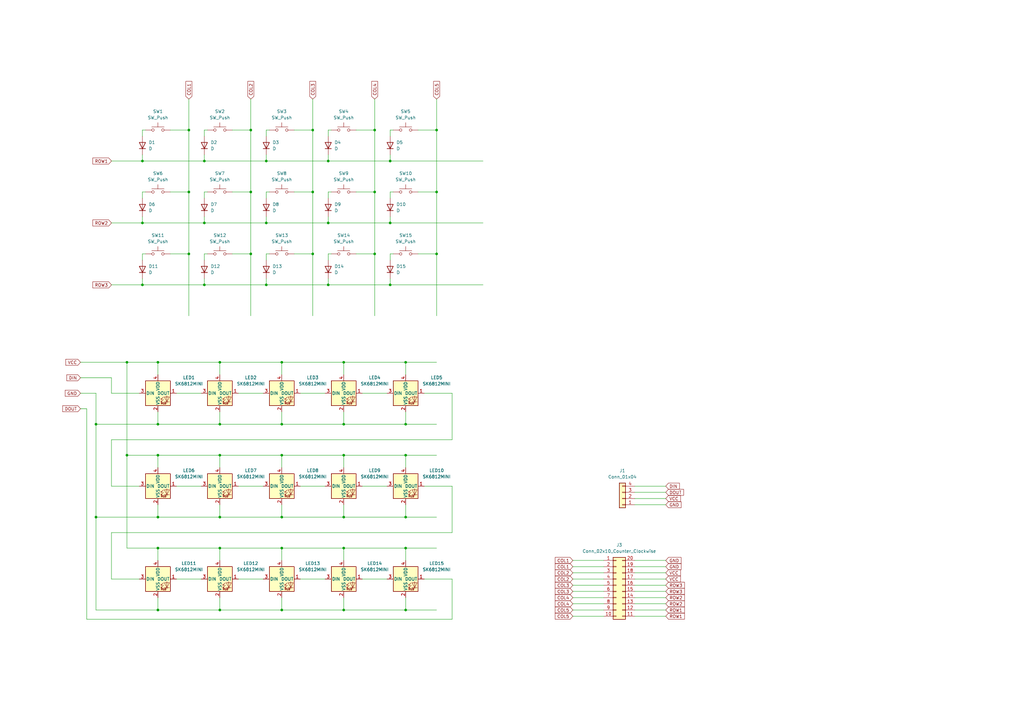
<source format=kicad_sch>
(kicad_sch (version 20250114) (generator "eeschema") (generator_version "9.0")
  (paper "A3")
  (lib_symbols
    (symbol "Connector_Generic:Conn_01x04" (pin_names (offset 1.016) (hide yes))
      (property "Reference" "J" (at 0 5.08 0))
      (property "Value" "Conn_01x04" (at 0 -7.62 0))
      (symbol "Conn_01x04_1_1"
        (rectangle (start -1.27 3.81) (end 1.27 -6.35) (stroke (width 0.254)) (fill (type background)))
        (rectangle (start -1.27 2.667) (end 0 2.413) (stroke (width 0.1524)))
        (rectangle (start -1.27 0.127) (end 0 -0.127) (stroke (width 0.1524)))
        (rectangle (start -1.27 -2.413) (end 0 -2.667) (stroke (width 0.1524)))
        (rectangle (start -1.27 -4.953) (end 0 -5.207) (stroke (width 0.1524)))
        (pin passive line (at -5.08 2.54 0) (length 3.81) (name "Pin_1") (number "1"))
        (pin passive line (at -5.08 0 0) (length 3.81) (name "Pin_2") (number "2"))
        (pin passive line (at -5.08 -2.54 0) (length 3.81) (name "Pin_3") (number "3"))
        (pin passive line (at -5.08 -5.08 0) (length 3.81) (name "Pin_4") (number "4"))
      )
    )
    (symbol "Connector_Generic:Conn_02x10_Counter_Clockwise" (pin_names (offset 1.016) (hide yes))
      (property "Reference" "J" (at 1.27 12.7 0))
      (property "Value" "Conn_02x10_Counter_Clockwise" (at 1.27 -15.24 0))
      (symbol "Conn_02x10_Counter_Clockwise_1_1"
        (rectangle (start -1.27 11.43) (end 3.81 -13.97) (stroke (width 0.254)) (fill (type background)))
        (rectangle (start -1.27 10.287) (end 0 10.033) (stroke (width 0.1524)))
        (rectangle (start -1.27 7.747) (end 0 7.493) (stroke (width 0.1524)))
        (rectangle (start -1.27 5.207) (end 0 4.953) (stroke (width 0.1524)))
        (rectangle (start -1.27 2.667) (end 0 2.413) (stroke (width 0.1524)))
        (rectangle (start -1.27 0.127) (end 0 -0.127) (stroke (width 0.1524)))
        (rectangle (start -1.27 -2.413) (end 0 -2.667) (stroke (width 0.1524)))
        (rectangle (start -1.27 -4.953) (end 0 -5.207) (stroke (width 0.1524)))
        (rectangle (start -1.27 -7.493) (end 0 -7.747) (stroke (width 0.1524)))
        (rectangle (start -1.27 -10.033) (end 0 -10.287) (stroke (width 0.1524)))
        (rectangle (start -1.27 -12.573) (end 0 -12.827) (stroke (width 0.1524)))
        (rectangle (start 3.81 10.287) (end 2.54 10.033) (stroke (width 0.1524)))
        (rectangle (start 3.81 7.747) (end 2.54 7.493) (stroke (width 0.1524)))
        (rectangle (start 3.81 5.207) (end 2.54 4.953) (stroke (width 0.1524)))
        (rectangle (start 3.81 2.667) (end 2.54 2.413) (stroke (width 0.1524)))
        (rectangle (start 3.81 0.127) (end 2.54 -0.127) (stroke (width 0.1524)))
        (rectangle (start 3.81 -2.413) (end 2.54 -2.667) (stroke (width 0.1524)))
        (rectangle (start 3.81 -4.953) (end 2.54 -5.207) (stroke (width 0.1524)))
        (rectangle (start 3.81 -7.493) (end 2.54 -7.747) (stroke (width 0.1524)))
        (rectangle (start 3.81 -10.033) (end 2.54 -10.287) (stroke (width 0.1524)))
        (rectangle (start 3.81 -12.573) (end 2.54 -12.827) (stroke (width 0.1524)))
        (pin passive line (at -5.08 10.16 0) (length 3.81) (name "Pin_1") (number "1"))
        (pin passive line (at -5.08 7.62 0) (length 3.81) (name "Pin_2") (number "2"))
        (pin passive line (at -5.08 5.08 0) (length 3.81) (name "Pin_3") (number "3"))
        (pin passive line (at -5.08 2.54 0) (length 3.81) (name "Pin_4") (number "4"))
        (pin passive line (at -5.08 0 0) (length 3.81) (name "Pin_5") (number "5"))
        (pin passive line (at -5.08 -2.54 0) (length 3.81) (name "Pin_6") (number "6"))
        (pin passive line (at -5.08 -5.08 0) (length 3.81) (name "Pin_7") (number "7"))
        (pin passive line (at -5.08 -7.62 0) (length 3.81) (name "Pin_8") (number "8"))
        (pin passive line (at -5.08 -10.16 0) (length 3.81) (name "Pin_9") (number "9"))
        (pin passive line (at -5.08 -12.7 0) (length 3.81) (name "Pin_10") (number "10"))
        (pin passive line (at 7.62 10.16 180) (length 3.81) (name "Pin_20") (number "20"))
        (pin passive line (at 7.62 7.62 180) (length 3.81) (name "Pin_19") (number "19"))
        (pin passive line (at 7.62 5.08 180) (length 3.81) (name "Pin_18") (number "18"))
        (pin passive line (at 7.62 2.54 180) (length 3.81) (name "Pin_17") (number "17"))
        (pin passive line (at 7.62 0 180) (length 3.81) (name "Pin_16") (number "16"))
        (pin passive line (at 7.62 -2.54 180) (length 3.81) (name "Pin_15") (number "15"))
        (pin passive line (at 7.62 -5.08 180) (length 3.81) (name "Pin_14") (number "14"))
        (pin passive line (at 7.62 -7.62 180) (length 3.81) (name "Pin_13") (number "13"))
        (pin passive line (at 7.62 -10.16 180) (length 3.81) (name "Pin_12") (number "12"))
        (pin passive line (at 7.62 -12.7 180) (length 3.81) (name "Pin_11") (number "11"))
      )
    )
    (symbol "Device:D" (pin_numbers (hide yes)) (pin_names (offset 1.016) (hide yes))
      (property "Reference" "D" (at 0 2.54 0))
      (property "Value" "D" (at 0 -2.54 0))
      (symbol "D_0_1"
        (polyline (pts (xy -1.27 1.27) (xy -1.27 -1.27)) (stroke (width 0.254)))
        (polyline (pts (xy 1.27 1.27) (xy 1.27 -1.27) (xy -1.27 0) (xy 1.27 1.27)) (stroke (width 0.254)))
        (polyline (pts (xy 1.27 0) (xy -1.27 0)))
      )
      (symbol "D_1_1"
        (pin passive line (at -3.81 0 0) (length 2.54) (name "K") (number "1"))
        (pin passive line (at 3.81 0 180) (length 2.54) (name "A") (number "2"))
      )
    )
    (symbol "LED:SK6812MINI" (pin_names (offset 0.254))
      (property "Reference" "D" (at 5.08 5.715 0))
      (property "Value" "SK6812MINI" (at 1.27 -5.715 0))
      (symbol "SK6812MINI_0_0"
        (text "RGB" (at 2.286 -4.191 0) (effects (font (size 0.762 0.762))))
      )
      (symbol "SK6812MINI_0_1"
        (polyline (pts (xy 1.27 -2.54) (xy 1.778 -2.54)))
        (polyline (pts (xy 1.27 -3.556) (xy 1.778 -3.556)))
        (polyline (pts (xy 2.286 -1.524) (xy 1.27 -2.54) (xy 1.27 -2.032)))
        (polyline (pts (xy 2.286 -2.54) (xy 1.27 -3.556) (xy 1.27 -3.048)))
        (polyline (pts (xy 3.683 -1.016) (xy 3.683 -3.556) (xy 3.683 -4.064)))
        (polyline (pts (xy 4.699 -1.524) (xy 2.667 -1.524) (xy 3.683 -3.556) (xy 4.699 -1.524)))
        (polyline (pts (xy 4.699 -3.556) (xy 2.667 -3.556)))
        (rectangle (start 5.08 5.08) (end -5.08 -5.08) (stroke (width 0.254)) (fill (type background)))
      )
      (symbol "SK6812MINI_1_1"
        (pin input line (at -7.62 0 0) (length 2.54) (name "DIN") (number "3"))
        (pin power_in line (at 0 7.62 270) (length 2.54) (name "VDD") (number "4"))
        (pin power_in line (at 0 -7.62 90) (length 2.54) (name "VSS") (number "2"))
        (pin output line (at 7.62 0 180) (length 2.54) (name "DOUT") (number "1"))
      )
    )
    (symbol "Switch:SW_Push" (pin_numbers (hide yes)) (pin_names (offset 1.016) (hide yes))
      (property "Reference" "SW" (at 1.27 2.54 0))
      (property "Value" "SW_Push" (at 0 -1.524 0))
      (symbol "SW_Push_0_1"
        (circle (center -2.032 0) (radius 0.508))
        (polyline (pts (xy 0 1.27) (xy 0 3.048)))
        (circle (center 2.032 0) (radius 0.508))
        (polyline (pts (xy 2.54 1.27) (xy -2.54 1.27)))
        (pin passive line (at -5.08 0 0) (length 2.54) (name "1") (number "1"))
        (pin passive line (at 5.08 0 180) (length 2.54) (name "2") (number "2"))
      )
    )
  )
  (junction (at 160.02 91.44))
  (junction (at 166.37 250.19))
  (junction (at 179.07 53.34))
  (junction (at 77.47 78.74))
  (junction (at 83.82 116.84))
  (junction (at 102.87 53.34))
  (junction (at 160.02 116.84))
  (junction (at 115.57 173.99))
  (junction (at 64.77 173.99))
  (junction (at 115.57 148.59))
  (junction (at 166.37 148.59))
  (junction (at 39.37 173.99))
  (junction (at 166.37 186.69))
  (junction (at 52.07 186.69))
  (junction (at 115.57 224.79))
  (junction (at 153.67 104.14))
  (junction (at 77.47 104.14))
  (junction (at 115.57 186.69))
  (junction (at 64.77 186.69))
  (junction (at 166.37 224.79))
  (junction (at 58.42 116.84))
  (junction (at 166.37 173.99))
  (junction (at 160.02 66.04))
  (junction (at 109.22 116.84))
  (junction (at 102.87 104.14))
  (junction (at 153.67 78.74))
  (junction (at 140.97 250.19))
  (junction (at 90.17 212.09))
  (junction (at 90.17 173.99))
  (junction (at 64.77 224.79))
  (junction (at 64.77 212.09))
  (junction (at 109.22 66.04))
  (junction (at 134.62 116.84))
  (junction (at 52.07 148.59))
  (junction (at 140.97 212.09))
  (junction (at 83.82 91.44))
  (junction (at 102.87 78.74))
  (junction (at 179.07 78.74))
  (junction (at 134.62 66.04))
  (junction (at 128.27 78.74))
  (junction (at 140.97 186.69))
  (junction (at 153.67 53.34))
  (junction (at 58.42 91.44))
  (junction (at 58.42 66.04))
  (junction (at 134.62 91.44))
  (junction (at 115.57 212.09))
  (junction (at 166.37 212.09))
  (junction (at 90.17 148.59))
  (junction (at 140.97 224.79))
  (junction (at 83.82 66.04))
  (junction (at 64.77 148.59))
  (junction (at 109.22 91.44))
  (junction (at 90.17 250.19))
  (junction (at 115.57 250.19))
  (junction (at 140.97 173.99))
  (junction (at 128.27 104.14))
  (junction (at 90.17 224.79))
  (junction (at 90.17 186.69))
  (junction (at 77.47 53.34))
  (junction (at 39.37 212.09))
  (junction (at 179.07 104.14))
  (junction (at 64.77 250.19))
  (junction (at 140.97 148.59))
  (junction (at 128.27 53.34))
  (wire (pts (xy 64.77 212.09) (xy 90.17 212.09)))
  (wire (pts (xy 185.42 237.49) (xy 173.99 237.49)))
  (wire (pts (xy 109.22 78.74) (xy 109.22 81.28)))
  (wire (pts (xy 234.95 247.65) (xy 247.65 247.65)))
  (wire (pts (xy 109.22 88.9) (xy 109.22 91.44)))
  (wire (pts (xy 33.02 154.94) (xy 45.72 154.94)))
  (wire (pts (xy 110.49 78.74) (xy 109.22 78.74)))
  (wire (pts (xy 123.19 237.49) (xy 133.35 237.49)))
  (wire (pts (xy 234.95 234.95) (xy 247.65 234.95)))
  (wire (pts (xy 166.37 168.91) (xy 166.37 173.99)))
  (wire (pts (xy 39.37 250.19) (xy 64.77 250.19)))
  (wire (pts (xy 102.87 104.14) (xy 102.87 129.54)))
  (wire (pts (xy 45.72 154.94) (xy 45.72 161.29)))
  (wire (pts (xy 234.95 240.03) (xy 247.65 240.03)))
  (wire (pts (xy 109.22 66.04) (xy 134.62 66.04)))
  (wire (pts (xy 115.57 212.09) (xy 140.97 212.09)))
  (wire (pts (xy 109.22 91.44) (xy 134.62 91.44)))
  (wire (pts (xy 160.02 91.44) (xy 198.12 91.44)))
  (wire (pts (xy 166.37 186.69) (xy 179.07 186.69)))
  (wire (pts (xy 72.39 199.39) (xy 82.55 199.39)))
  (wire (pts (xy 58.42 63.5) (xy 58.42 66.04)))
  (wire (pts (xy 171.45 78.74) (xy 179.07 78.74)))
  (wire (pts (xy 64.77 148.59) (xy 90.17 148.59)))
  (wire (pts (xy 45.72 218.44) (xy 45.72 237.49)))
  (wire (pts (xy 234.95 252.73) (xy 247.65 252.73)))
  (wire (pts (xy 33.02 167.64) (xy 35.56 167.64)))
  (wire (pts (xy 166.37 250.19) (xy 179.07 250.19)))
  (wire (pts (xy 109.22 104.14) (xy 110.49 104.14)))
  (wire (pts (xy 69.85 78.74) (xy 77.47 78.74)))
  (wire (pts (xy 69.85 53.34) (xy 77.47 53.34)))
  (wire (pts (xy 109.22 53.34) (xy 109.22 55.88)))
  (wire (pts (xy 58.42 88.9) (xy 58.42 91.44)))
  (wire (pts (xy 83.82 91.44) (xy 109.22 91.44)))
  (wire (pts (xy 135.89 78.74) (xy 134.62 78.74)))
  (wire (pts (xy 146.05 104.14) (xy 153.67 104.14)))
  (wire (pts (xy 134.62 91.44) (xy 134.62 88.9)))
  (wire (pts (xy 102.87 40.64) (xy 102.87 53.34)))
  (wire (pts (xy 260.35 207.01) (xy 273.05 207.01)))
  (wire (pts (xy 45.72 180.34) (xy 185.42 180.34)))
  (wire (pts (xy 59.69 53.34) (xy 58.42 53.34)))
  (wire (pts (xy 160.02 53.34) (xy 160.02 55.88)))
  (wire (pts (xy 35.56 254) (xy 185.42 254)))
  (wire (pts (xy 134.62 114.3) (xy 134.62 116.84)))
  (wire (pts (xy 115.57 224.79) (xy 115.57 229.87)))
  (wire (pts (xy 185.42 199.39) (xy 185.42 218.44)))
  (wire (pts (xy 160.02 66.04) (xy 198.12 66.04)))
  (wire (pts (xy 134.62 106.68) (xy 134.62 104.14)))
  (wire (pts (xy 90.17 245.11) (xy 90.17 250.19)))
  (wire (pts (xy 179.07 53.34) (xy 179.07 78.74)))
  (wire (pts (xy 160.02 88.9) (xy 160.02 91.44)))
  (wire (pts (xy 160.02 63.5) (xy 160.02 66.04)))
  (wire (pts (xy 64.77 250.19) (xy 90.17 250.19)))
  (wire (pts (xy 185.42 254) (xy 185.42 237.49)))
  (wire (pts (xy 58.42 114.3) (xy 58.42 116.84)))
  (wire (pts (xy 260.35 232.41) (xy 273.05 232.41)))
  (wire (pts (xy 64.77 224.79) (xy 64.77 229.87)))
  (wire (pts (xy 90.17 148.59) (xy 115.57 148.59)))
  (wire (pts (xy 179.07 40.64) (xy 179.07 53.34)))
  (wire (pts (xy 39.37 212.09) (xy 39.37 250.19)))
  (wire (pts (xy 57.15 199.39) (xy 45.72 199.39)))
  (wire (pts (xy 140.97 168.91) (xy 140.97 173.99)))
  (wire (pts (xy 64.77 245.11) (xy 64.77 250.19)))
  (wire (pts (xy 45.72 237.49) (xy 57.15 237.49)))
  (wire (pts (xy 148.59 161.29) (xy 158.75 161.29)))
  (wire (pts (xy 77.47 78.74) (xy 77.47 104.14)))
  (wire (pts (xy 115.57 186.69) (xy 115.57 191.77)))
  (wire (pts (xy 166.37 148.59) (xy 166.37 153.67)))
  (wire (pts (xy 33.02 161.29) (xy 39.37 161.29)))
  (wire (pts (xy 140.97 224.79) (xy 166.37 224.79)))
  (wire (pts (xy 153.67 53.34) (xy 153.67 78.74)))
  (wire (pts (xy 146.05 78.74) (xy 153.67 78.74)))
  (wire (pts (xy 260.35 229.87) (xy 273.05 229.87)))
  (wire (pts (xy 64.77 148.59) (xy 64.77 153.67)))
  (wire (pts (xy 90.17 186.69) (xy 90.17 191.77)))
  (wire (pts (xy 109.22 114.3) (xy 109.22 116.84)))
  (wire (pts (xy 45.72 199.39) (xy 45.72 180.34)))
  (wire (pts (xy 90.17 224.79) (xy 90.17 229.87)))
  (wire (pts (xy 171.45 53.34) (xy 179.07 53.34)))
  (wire (pts (xy 160.02 114.3) (xy 160.02 116.84)))
  (wire (pts (xy 52.07 148.59) (xy 52.07 186.69)))
  (wire (pts (xy 260.35 199.39) (xy 273.05 199.39)))
  (wire (pts (xy 166.37 212.09) (xy 179.07 212.09)))
  (wire (pts (xy 120.65 104.14) (xy 128.27 104.14)))
  (wire (pts (xy 140.97 173.99) (xy 166.37 173.99)))
  (wire (pts (xy 52.07 224.79) (xy 64.77 224.79)))
  (wire (pts (xy 90.17 250.19) (xy 115.57 250.19)))
  (wire (pts (xy 185.42 180.34) (xy 185.42 161.29)))
  (wire (pts (xy 59.69 78.74) (xy 58.42 78.74)))
  (wire (pts (xy 45.72 161.29) (xy 57.15 161.29)))
  (wire (pts (xy 90.17 148.59) (xy 90.17 153.67)))
  (wire (pts (xy 166.37 186.69) (xy 166.37 191.77)))
  (wire (pts (xy 140.97 148.59) (xy 166.37 148.59)))
  (wire (pts (xy 140.97 212.09) (xy 166.37 212.09)))
  (wire (pts (xy 146.05 53.34) (xy 153.67 53.34)))
  (wire (pts (xy 161.29 53.34) (xy 160.02 53.34)))
  (wire (pts (xy 260.35 237.49) (xy 273.05 237.49)))
  (wire (pts (xy 123.19 199.39) (xy 133.35 199.39)))
  (wire (pts (xy 128.27 40.64) (xy 128.27 53.34)))
  (wire (pts (xy 58.42 78.74) (xy 58.42 81.28)))
  (wire (pts (xy 173.99 199.39) (xy 185.42 199.39)))
  (wire (pts (xy 179.07 78.74) (xy 179.07 104.14)))
  (wire (pts (xy 90.17 168.91) (xy 90.17 173.99)))
  (wire (pts (xy 260.35 234.95) (xy 273.05 234.95)))
  (wire (pts (xy 52.07 148.59) (xy 64.77 148.59)))
  (wire (pts (xy 140.97 186.69) (xy 140.97 191.77)))
  (wire (pts (xy 39.37 173.99) (xy 64.77 173.99)))
  (wire (pts (xy 90.17 207.01) (xy 90.17 212.09)))
  (wire (pts (xy 109.22 63.5) (xy 109.22 66.04)))
  (wire (pts (xy 45.72 116.84) (xy 58.42 116.84)))
  (wire (pts (xy 153.67 40.64) (xy 153.67 53.34)))
  (wire (pts (xy 97.79 237.49) (xy 107.95 237.49)))
  (wire (pts (xy 83.82 66.04) (xy 109.22 66.04)))
  (wire (pts (xy 260.35 204.47) (xy 273.05 204.47)))
  (wire (pts (xy 115.57 224.79) (xy 140.97 224.79)))
  (wire (pts (xy 58.42 53.34) (xy 58.42 55.88)))
  (wire (pts (xy 166.37 224.79) (xy 179.07 224.79)))
  (wire (pts (xy 33.02 148.59) (xy 52.07 148.59)))
  (wire (pts (xy 140.97 186.69) (xy 166.37 186.69)))
  (wire (pts (xy 83.82 88.9) (xy 83.82 91.44)))
  (wire (pts (xy 77.47 40.64) (xy 77.47 53.34)))
  (wire (pts (xy 45.72 66.04) (xy 58.42 66.04)))
  (wire (pts (xy 140.97 207.01) (xy 140.97 212.09)))
  (wire (pts (xy 72.39 161.29) (xy 82.55 161.29)))
  (wire (pts (xy 128.27 53.34) (xy 128.27 78.74)))
  (wire (pts (xy 123.19 161.29) (xy 133.35 161.29)))
  (wire (pts (xy 64.77 224.79) (xy 90.17 224.79)))
  (wire (pts (xy 90.17 186.69) (xy 115.57 186.69)))
  (wire (pts (xy 134.62 116.84) (xy 160.02 116.84)))
  (wire (pts (xy 77.47 104.14) (xy 77.47 129.54)))
  (wire (pts (xy 166.37 207.01) (xy 166.37 212.09)))
  (wire (pts (xy 115.57 207.01) (xy 115.57 212.09)))
  (wire (pts (xy 115.57 148.59) (xy 140.97 148.59)))
  (wire (pts (xy 166.37 245.11) (xy 166.37 250.19)))
  (wire (pts (xy 59.69 104.14) (xy 58.42 104.14)))
  (wire (pts (xy 115.57 250.19) (xy 140.97 250.19)))
  (wire (pts (xy 83.82 106.68) (xy 83.82 104.14)))
  (wire (pts (xy 247.65 250.19) (xy 234.95 250.19)))
  (wire (pts (xy 83.82 53.34) (xy 83.82 55.88)))
  (wire (pts (xy 45.72 218.44) (xy 185.42 218.44)))
  (wire (pts (xy 260.35 201.93) (xy 273.05 201.93)))
  (wire (pts (xy 128.27 78.74) (xy 128.27 104.14)))
  (wire (pts (xy 109.22 106.68) (xy 109.22 104.14)))
  (wire (pts (xy 39.37 161.29) (xy 39.37 173.99)))
  (wire (pts (xy 83.82 78.74) (xy 85.09 78.74)))
  (wire (pts (xy 83.82 81.28) (xy 83.82 78.74)))
  (wire (pts (xy 148.59 199.39) (xy 158.75 199.39)))
  (wire (pts (xy 85.09 53.34) (xy 83.82 53.34)))
  (wire (pts (xy 128.27 104.14) (xy 128.27 129.54)))
  (wire (pts (xy 83.82 114.3) (xy 83.82 116.84)))
  (wire (pts (xy 160.02 106.68) (xy 160.02 104.14)))
  (wire (pts (xy 115.57 148.59) (xy 115.57 153.67)))
  (wire (pts (xy 64.77 168.91) (xy 64.77 173.99)))
  (wire (pts (xy 95.25 104.14) (xy 102.87 104.14)))
  (wire (pts (xy 39.37 173.99) (xy 39.37 212.09)))
  (wire (pts (xy 64.77 207.01) (xy 64.77 212.09)))
  (wire (pts (xy 58.42 104.14) (xy 58.42 106.68)))
  (wire (pts (xy 140.97 224.79) (xy 140.97 229.87)))
  (wire (pts (xy 160.02 78.74) (xy 160.02 81.28)))
  (wire (pts (xy 115.57 186.69) (xy 140.97 186.69)))
  (wire (pts (xy 234.95 229.87) (xy 247.65 229.87)))
  (wire (pts (xy 77.47 53.34) (xy 77.47 78.74)))
  (wire (pts (xy 95.25 53.34) (xy 102.87 53.34)))
  (wire (pts (xy 58.42 91.44) (xy 83.82 91.44)))
  (wire (pts (xy 234.95 232.41) (xy 247.65 232.41)))
  (wire (pts (xy 45.72 91.44) (xy 58.42 91.44)))
  (wire (pts (xy 234.95 245.11) (xy 247.65 245.11)))
  (wire (pts (xy 234.95 237.49) (xy 247.65 237.49)))
  (wire (pts (xy 83.82 116.84) (xy 109.22 116.84)))
  (wire (pts (xy 64.77 173.99) (xy 90.17 173.99)))
  (wire (pts (xy 58.42 116.84) (xy 83.82 116.84)))
  (wire (pts (xy 64.77 186.69) (xy 90.17 186.69)))
  (wire (pts (xy 260.35 250.19) (xy 273.05 250.19)))
  (wire (pts (xy 35.56 167.64) (xy 35.56 254)))
  (wire (pts (xy 134.62 104.14) (xy 135.89 104.14)))
  (wire (pts (xy 39.37 212.09) (xy 64.77 212.09)))
  (wire (pts (xy 134.62 63.5) (xy 134.62 66.04)))
  (wire (pts (xy 260.35 252.73) (xy 273.05 252.73)))
  (wire (pts (xy 260.35 242.57) (xy 273.05 242.57)))
  (wire (pts (xy 115.57 245.11) (xy 115.57 250.19)))
  (wire (pts (xy 95.25 78.74) (xy 102.87 78.74)))
  (wire (pts (xy 110.49 53.34) (xy 109.22 53.34)))
  (wire (pts (xy 58.42 66.04) (xy 83.82 66.04)))
  (wire (pts (xy 148.59 237.49) (xy 158.75 237.49)))
  (wire (pts (xy 52.07 186.69) (xy 52.07 224.79)))
  (wire (pts (xy 171.45 104.14) (xy 179.07 104.14)))
  (wire (pts (xy 160.02 104.14) (xy 161.29 104.14)))
  (wire (pts (xy 160.02 116.84) (xy 198.12 116.84)))
  (wire (pts (xy 140.97 245.11) (xy 140.97 250.19)))
  (wire (pts (xy 134.62 53.34) (xy 135.89 53.34)))
  (wire (pts (xy 115.57 173.99) (xy 140.97 173.99)))
  (wire (pts (xy 134.62 78.74) (xy 134.62 81.28)))
  (wire (pts (xy 102.87 53.34) (xy 102.87 78.74)))
  (wire (pts (xy 83.82 104.14) (xy 85.09 104.14)))
  (wire (pts (xy 179.07 104.14) (xy 179.07 129.54)))
  (wire (pts (xy 97.79 161.29) (xy 107.95 161.29)))
  (wire (pts (xy 260.35 245.11) (xy 273.05 245.11)))
  (wire (pts (xy 140.97 148.59) (xy 140.97 153.67)))
  (wire (pts (xy 134.62 66.04) (xy 160.02 66.04)))
  (wire (pts (xy 153.67 78.74) (xy 153.67 104.14)))
  (wire (pts (xy 90.17 212.09) (xy 115.57 212.09)))
  (wire (pts (xy 260.35 240.03) (xy 273.05 240.03)))
  (wire (pts (xy 90.17 173.99) (xy 115.57 173.99)))
  (wire (pts (xy 166.37 173.99) (xy 179.07 173.99)))
  (wire (pts (xy 115.57 168.91) (xy 115.57 173.99)))
  (wire (pts (xy 161.29 78.74) (xy 160.02 78.74)))
  (wire (pts (xy 153.67 104.14) (xy 153.67 129.54)))
  (wire (pts (xy 52.07 186.69) (xy 64.77 186.69)))
  (wire (pts (xy 83.82 63.5) (xy 83.82 66.04)))
  (wire (pts (xy 166.37 224.79) (xy 166.37 229.87)))
  (wire (pts (xy 120.65 53.34) (xy 128.27 53.34)))
  (wire (pts (xy 120.65 78.74) (xy 128.27 78.74)))
  (wire (pts (xy 102.87 78.74) (xy 102.87 104.14)))
  (wire (pts (xy 134.62 55.88) (xy 134.62 53.34)))
  (wire (pts (xy 72.39 237.49) (xy 82.55 237.49)))
  (wire (pts (xy 109.22 116.84) (xy 134.62 116.84)))
  (wire (pts (xy 234.95 242.57) (xy 247.65 242.57)))
  (wire (pts (xy 185.42 161.29) (xy 173.99 161.29)))
  (wire (pts (xy 134.62 91.44) (xy 160.02 91.44)))
  (wire (pts (xy 64.77 186.69) (xy 64.77 191.77)))
  (wire (pts (xy 260.35 247.65) (xy 273.05 247.65)))
  (wire (pts (xy 69.85 104.14) (xy 77.47 104.14)))
  (wire (pts (xy 166.37 148.59) (xy 179.07 148.59)))
  (wire (pts (xy 140.97 250.19) (xy 166.37 250.19)))
  (wire (pts (xy 97.79 199.39) (xy 107.95 199.39)))
  (wire (pts (xy 90.17 224.79) (xy 115.57 224.79)))
  (global_label "VCC" (shape input) (at 273.05 234.95 0) (property "Intersheetrefs" "${INTERSHEET_REFS}" (effects (hide yes))))
  (global_label "ROW1" (shape input) (at 273.05 250.19 0) (property "Intersheetrefs" "${INTERSHEET_REFS}" (effects (hide yes))))
  (global_label "COL2" (shape input) (at 234.95 234.95 180) (property "Intersheetrefs" "${INTERSHEET_REFS}" (effects (hide yes))))
  (global_label "COL3" (shape input) (at 234.95 240.03 180) (property "Intersheetrefs" "${INTERSHEET_REFS}" (effects (hide yes))))
  (global_label "DOUT" (shape input) (at 273.05 201.93 0) (property "Intersheetrefs" "${INTERSHEET_REFS}" (effects (hide yes))))
  (global_label "COL5" (shape input) (at 234.95 250.19 180) (property "Intersheetrefs" "${INTERSHEET_REFS}" (effects (hide yes))))
  (global_label "VCC" (shape input) (at 273.05 237.49 0) (property "Intersheetrefs" "${INTERSHEET_REFS}" (effects (hide yes))))
  (global_label "ROW1" (shape input) (at 273.05 252.73 0) (property "Intersheetrefs" "${INTERSHEET_REFS}" (effects (hide yes))))
  (global_label "COL4" (shape input) (at 234.95 245.11 180) (property "Intersheetrefs" "${INTERSHEET_REFS}" (effects (hide yes))))
  (global_label "DIN" (shape input) (at 273.05 199.39 0) (property "Intersheetrefs" "${INTERSHEET_REFS}" (effects (hide yes))))
  (global_label "ROW3" (shape input) (at 273.05 240.03 0) (property "Intersheetrefs" "${INTERSHEET_REFS}" (effects (hide yes))))
  (global_label "COL4" (shape input) (at 234.95 247.65 180) (property "Intersheetrefs" "${INTERSHEET_REFS}" (effects (hide yes))))
  (global_label "DIN" (shape input) (at 33.02 154.94 180) (property "Intersheetrefs" "${INTERSHEET_REFS}" (effects (hide yes))))
  (global_label "COL3" (shape input) (at 234.95 242.57 180) (property "Intersheetrefs" "${INTERSHEET_REFS}" (effects (hide yes))))
  (global_label "GND" (shape input) (at 273.05 207.01 0) (property "Intersheetrefs" "${INTERSHEET_REFS}" (effects (hide yes))))
  (global_label "COL2" (shape input) (at 234.95 237.49 180) (property "Intersheetrefs" "${INTERSHEET_REFS}" (effects (hide yes))))
  (global_label "ROW2" (shape input) (at 273.05 245.11 0) (property "Intersheetrefs" "${INTERSHEET_REFS}" (effects (hide yes))))
  (global_label "COL1" (shape input) (at 234.95 229.87 180) (property "Intersheetrefs" "${INTERSHEET_REFS}" (effects (hide yes))))
  (global_label "ROW3" (shape input) (at 45.72 116.84 180) (property "Intersheetrefs" "${INTERSHEET_REFS}" (effects (hide yes))))
  (global_label "GND" (shape input) (at 273.05 229.87 0) (property "Intersheetrefs" "${INTERSHEET_REFS}" (effects (hide yes))))
  (global_label "COL4" (shape input) (at 153.67 40.64 90) (property "Intersheetrefs" "${INTERSHEET_REFS}" (effects (hide yes))))
  (global_label "ROW3" (shape input) (at 273.05 242.57 0) (property "Intersheetrefs" "${INTERSHEET_REFS}" (effects (hide yes))))
  (global_label "ROW1" (shape input) (at 45.72 66.04 180) (property "Intersheetrefs" "${INTERSHEET_REFS}" (effects (hide yes))))
  (global_label "ROW2" (shape input) (at 273.05 247.65 0) (property "Intersheetrefs" "${INTERSHEET_REFS}" (effects (hide yes))))
  (global_label "VCC" (shape input) (at 33.02 148.59 180) (property "Intersheetrefs" "${INTERSHEET_REFS}" (effects (hide yes))))
  (global_label "COL5" (shape input) (at 179.07 40.64 90) (property "Intersheetrefs" "${INTERSHEET_REFS}" (effects (hide yes))))
  (global_label "COL1" (shape input) (at 234.95 232.41 180) (property "Intersheetrefs" "${INTERSHEET_REFS}" (effects (hide yes))))
  (global_label "DOUT" (shape input) (at 33.02 167.64 180) (property "Intersheetrefs" "${INTERSHEET_REFS}" (effects (hide yes))))
  (global_label "COL1" (shape input) (at 77.47 40.64 90) (property "Intersheetrefs" "${INTERSHEET_REFS}" (effects (hide yes))))
  (global_label "GND" (shape input) (at 273.05 232.41 0) (property "Intersheetrefs" "${INTERSHEET_REFS}" (effects (hide yes))))
  (global_label "GND" (shape input) (at 33.02 161.29 180) (property "Intersheetrefs" "${INTERSHEET_REFS}" (effects (hide yes))))
  (global_label "COL3" (shape input) (at 128.27 40.64 90) (property "Intersheetrefs" "${INTERSHEET_REFS}" (effects (hide yes))))
  (global_label "COL5" (shape input) (at 234.95 252.73 180) (property "Intersheetrefs" "${INTERSHEET_REFS}" (effects (hide yes))))
  (global_label "COL2" (shape input) (at 102.87 40.64 90) (property "Intersheetrefs" "${INTERSHEET_REFS}" (effects (hide yes))))
  (global_label "ROW2" (shape input) (at 45.72 91.44 180) (property "Intersheetrefs" "${INTERSHEET_REFS}" (effects (hide yes))))
  (global_label "VCC" (shape input) (at 273.05 204.47 0) (property "Intersheetrefs" "${INTERSHEET_REFS}" (effects (hide yes))))
  (symbol (lib_id "Switch:SW_Push") (at 115.57 78.74 0) (unit 1)
    (property "Reference" "SW8" (at 115.57 71.12 0))
    (property "Value" "SW_Push" (at 115.57 73.66 0))
    (property "Footprint" "SWICHES:MX-Hotswap-1U" (effects (hide yes)))
    (property "Description" "Push button switch, generic, two pins" (effects (hide yes)))
  )
  (symbol (lib_id "Switch:SW_Push") (at 140.97 78.74 0) (unit 1)
    (property "Reference" "SW9" (at 140.97 71.12 0))
    (property "Value" "SW_Push" (at 140.97 73.66 0))
    (property "Footprint" "SWICHES:MX-Hotswap-1U" (effects (hide yes)))
    (property "Description" "Push button switch, generic, two pins" (effects (hide yes)))
  )
  (symbol (lib_id "LED:SK6812MINI") (at 64.77 161.29 0) (unit 1)
    (property "Reference" "LED1" (at 77.47 154.8698 0))
    (property "Value" "SK6812MINI" (at 77.47 157.4098 0))
    (property "Footprint" "SWICHES:SK6812 MINI W_hole" (effects (hide yes)))
    (property "Datasheet" "https://cdn-shop.adafruit.com/product-files/2686/SK6812MINI_REV.01-1-2.pdf" (effects (hide yes)))
    (property "Description" "RGB LED with integrated controller" (effects (hide yes)))
  )
  (symbol (lib_id "Switch:SW_Push") (at 140.97 104.14 0) (unit 1)
    (property "Reference" "SW14" (at 140.97 96.52 0))
    (property "Value" "SW_Push" (at 140.97 99.06 0))
    (property "Footprint" "SWICHES:MX-Hotswap-1U" (effects (hide yes)))
    (property "Description" "Push button switch, generic, two pins" (effects (hide yes)))
  )
  (symbol (lib_id "Switch:SW_Push") (at 64.77 78.74 0) (unit 1)
    (property "Reference" "SW6" (at 64.77 71.12 0))
    (property "Value" "SW_Push" (at 64.77 73.66 0))
    (property "Footprint" "SWICHES:MX-Hotswap-1.25U" (effects (hide yes)))
    (property "Description" "Push button switch, generic, two pins" (effects (hide yes)))
  )
  (symbol (lib_id "Switch:SW_Push") (at 90.17 53.34 0) (unit 1)
    (property "Reference" "SW2" (at 90.17 45.72 0))
    (property "Value" "SW_Push" (at 90.17 48.26 0))
    (property "Footprint" "SWICHES:MX-Hotswap-1U" (effects (hide yes)))
    (property "Description" "Push button switch, generic, two pins" (effects (hide yes)))
  )
  (symbol (lib_id "Device:D") (at 160.02 59.69 90) (unit 1)
    (property "Reference" "D5" (at 162.56 58.4199 90) (effects (justify right)))
    (property "Value" "D" (at 162.56 60.9599 90) (effects (justify right)))
    (property "Footprint" "Diode_SMD:D_0603_1608Metric" (effects (hide yes)))
    (property "Description" "Diode" (effects (hide yes)))
    (property "Sim.Device" "D" (effects (hide yes)))
    (property "Sim.Pins" "1=K 2=A" (effects (hide yes)))
  )
  (symbol (lib_id "LED:SK6812MINI") (at 115.57 161.29 0) (unit 1)
    (property "Reference" "LED3" (at 128.27 154.8698 0))
    (property "Value" "SK6812MINI" (at 128.27 157.4098 0))
    (property "Footprint" "SWICHES:SK6812 MINI W_hole" (effects (hide yes)))
    (property "Datasheet" "https://cdn-shop.adafruit.com/product-files/2686/SK6812MINI_REV.01-1-2.pdf" (effects (hide yes)))
    (property "Description" "RGB LED with integrated controller" (effects (hide yes)))
  )
  (symbol (lib_id "Device:D") (at 58.42 85.09 90) (unit 1)
    (property "Reference" "D6" (at 60.96 83.8199 90) (effects (justify right)))
    (property "Value" "D" (at 60.96 86.3599 90) (effects (justify right)))
    (property "Footprint" "Diode_SMD:D_0603_1608Metric" (effects (hide yes)))
    (property "Description" "Diode" (effects (hide yes)))
    (property "Sim.Device" "D" (effects (hide yes)))
    (property "Sim.Pins" "1=K 2=A" (effects (hide yes)))
  )
  (symbol (lib_id "Device:D") (at 83.82 110.49 90) (unit 1)
    (property "Reference" "D12" (at 86.36 109.2199 90) (effects (justify right)))
    (property "Value" "D" (at 86.36 111.7599 90) (effects (justify right)))
    (property "Footprint" "Diode_SMD:D_0603_1608Metric" (effects (hide yes)))
    (property "Description" "Diode" (effects (hide yes)))
    (property "Sim.Device" "D" (effects (hide yes)))
    (property "Sim.Pins" "1=K 2=A" (effects (hide yes)))
  )
  (symbol (lib_id "Device:D") (at 83.82 59.69 90) (unit 1)
    (property "Reference" "D2" (at 86.36 58.4199 90) (effects (justify right)))
    (property "Value" "D" (at 86.36 60.9599 90) (effects (justify right)))
    (property "Footprint" "Diode_SMD:D_0603_1608Metric" (effects (hide yes)))
    (property "Description" "Diode" (effects (hide yes)))
    (property "Sim.Device" "D" (effects (hide yes)))
    (property "Sim.Pins" "1=K 2=A" (effects (hide yes)))
  )
  (symbol (lib_id "Device:D") (at 58.42 59.69 90) (unit 1)
    (property "Reference" "D1" (at 60.96 58.4199 90) (effects (justify right)))
    (property "Value" "D" (at 60.96 60.9599 90) (effects (justify right)))
    (property "Footprint" "Diode_SMD:D_0603_1608Metric" (effects (hide yes)))
    (property "Description" "Diode" (effects (hide yes)))
    (property "Sim.Device" "D" (effects (hide yes)))
    (property "Sim.Pins" "1=K 2=A" (effects (hide yes)))
  )
  (symbol (lib_id "Switch:SW_Push") (at 90.17 104.14 0) (unit 1)
    (property "Reference" "SW12" (at 90.17 96.52 0))
    (property "Value" "SW_Push" (at 90.17 99.06 0))
    (property "Footprint" "SWICHES:MX-Hotswap-1U" (effects (hide yes)))
    (property "Description" "Push button switch, generic, two pins" (effects (hide yes)))
  )
  (symbol (lib_id "LED:SK6812MINI") (at 140.97 199.39 0) (unit 1)
    (property "Reference" "LED9" (at 153.67 192.9698 0))
    (property "Value" "SK6812MINI" (at 153.67 195.5098 0))
    (property "Footprint" "SWICHES:SK6812 MINI W_hole" (effects (hide yes)))
    (property "Datasheet" "https://cdn-shop.adafruit.com/product-files/2686/SK6812MINI_REV.01-1-2.pdf" (effects (hide yes)))
    (property "Description" "RGB LED with integrated controller" (effects (hide yes)))
  )
  (symbol (lib_id "LED:SK6812MINI") (at 90.17 161.29 0) (unit 1)
    (property "Reference" "LED2" (at 102.87 154.8698 0))
    (property "Value" "SK6812MINI" (at 102.87 157.4098 0))
    (property "Footprint" "SWICHES:SK6812 MINI W_hole" (effects (hide yes)))
    (property "Datasheet" "https://cdn-shop.adafruit.com/product-files/2686/SK6812MINI_REV.01-1-2.pdf" (effects (hide yes)))
    (property "Description" "RGB LED with integrated controller" (effects (hide yes)))
  )
  (symbol (lib_id "Device:D") (at 83.82 85.09 90) (unit 1)
    (property "Reference" "D7" (at 86.36 83.8199 90) (effects (justify right)))
    (property "Value" "D" (at 86.36 86.3599 90) (effects (justify right)))
    (property "Footprint" "Diode_SMD:D_0603_1608Metric" (effects (hide yes)))
    (property "Description" "Diode" (effects (hide yes)))
    (property "Sim.Device" "D" (effects (hide yes)))
    (property "Sim.Pins" "1=K 2=A" (effects (hide yes)))
  )
  (symbol (lib_id "Connector_Generic:Conn_01x04") (at 255.27 204.47 180) (unit 1)
    (property "Reference" "J1" (at 255.27 193.04 0))
    (property "Value" "Conn_01x04" (at 255.27 195.58 0))
    (property "Description" "Generic connector, single row, 01x04, script generated (kicad-library-utils/schlib/autogen/connector/)" (effects (hide yes)))
  )
  (symbol (lib_id "Switch:SW_Push") (at 64.77 53.34 0) (unit 1)
    (property "Reference" "SW1" (at 64.77 45.72 0))
    (property "Value" "SW_Push" (at 64.77 48.26 0))
    (property "Footprint" "SWICHES:MX-Hotswap-1.25U" (effects (hide yes)))
    (property "Description" "Push button switch, generic, two pins" (effects (hide yes)))
  )
  (symbol (lib_id "LED:SK6812MINI") (at 140.97 161.29 0) (unit 1)
    (property "Reference" "LED4" (at 153.67 154.8698 0))
    (property "Value" "SK6812MINI" (at 153.67 157.4098 0))
    (property "Footprint" "SWICHES:SK6812 MINI W_hole" (effects (hide yes)))
    (property "Datasheet" "https://cdn-shop.adafruit.com/product-files/2686/SK6812MINI_REV.01-1-2.pdf" (effects (hide yes)))
    (property "Description" "RGB LED with integrated controller" (effects (hide yes)))
  )
  (symbol (lib_id "Switch:SW_Push") (at 166.37 78.74 0) (unit 1)
    (property "Reference" "SW10" (at 166.37 71.12 0))
    (property "Value" "SW_Push" (at 166.37 73.66 0))
    (property "Footprint" "SWICHES:MX-Hotswap-1U" (effects (hide yes)))
    (property "Description" "Push button switch, generic, two pins" (effects (hide yes)))
  )
  (symbol (lib_id "LED:SK6812MINI") (at 64.77 237.49 0) (unit 1)
    (property "Reference" "LED11" (at 77.47 231.0698 0))
    (property "Value" "SK6812MINI" (at 77.47 233.6098 0))
    (property "Footprint" "SWICHES:SK6812 MINI W_hole" (effects (hide yes)))
    (property "Datasheet" "https://cdn-shop.adafruit.com/product-files/2686/SK6812MINI_REV.01-1-2.pdf" (effects (hide yes)))
    (property "Description" "RGB LED with integrated controller" (effects (hide yes)))
  )
  (symbol (lib_id "Switch:SW_Push") (at 140.97 53.34 0) (unit 1)
    (property "Reference" "SW4" (at 140.97 45.72 0))
    (property "Value" "SW_Push" (at 140.97 48.26 0))
    (property "Footprint" "SWICHES:MX-Hotswap-1U" (effects (hide yes)))
    (property "Description" "Push button switch, generic, two pins" (effects (hide yes)))
  )
  (symbol (lib_id "Device:D") (at 109.22 110.49 90) (unit 1)
    (property "Reference" "D13" (at 111.76 109.2199 90) (effects (justify right)))
    (property "Value" "D" (at 111.76 111.7599 90) (effects (justify right)))
    (property "Footprint" "Diode_SMD:D_0603_1608Metric" (effects (hide yes)))
    (property "Description" "Diode" (effects (hide yes)))
    (property "Sim.Device" "D" (effects (hide yes)))
    (property "Sim.Pins" "1=K 2=A" (effects (hide yes)))
  )
  (symbol (lib_id "Switch:SW_Push") (at 90.17 78.74 0) (unit 1)
    (property "Reference" "SW7" (at 90.17 71.12 0))
    (property "Value" "SW_Push" (at 90.17 73.66 0))
    (property "Footprint" "SWICHES:MX-Hotswap-1U" (effects (hide yes)))
    (property "Description" "Push button switch, generic, two pins" (effects (hide yes)))
  )
  (symbol (lib_id "LED:SK6812MINI") (at 90.17 199.39 0) (unit 1)
    (property "Reference" "LED7" (at 102.87 192.9698 0))
    (property "Value" "SK6812MINI" (at 102.87 195.5098 0))
    (property "Footprint" "SWICHES:SK6812 MINI W_hole" (effects (hide yes)))
    (property "Datasheet" "https://cdn-shop.adafruit.com/product-files/2686/SK6812MINI_REV.01-1-2.pdf" (effects (hide yes)))
    (property "Description" "RGB LED with integrated controller" (effects (hide yes)))
  )
  (symbol (lib_id "Device:D") (at 134.62 59.69 90) (unit 1)
    (property "Reference" "D4" (at 137.16 58.4199 90) (effects (justify right)))
    (property "Value" "D" (at 137.16 60.9599 90) (effects (justify right)))
    (property "Footprint" "Diode_SMD:D_0603_1608Metric" (effects (hide yes)))
    (property "Description" "Diode" (effects (hide yes)))
    (property "Sim.Device" "D" (effects (hide yes)))
    (property "Sim.Pins" "1=K 2=A" (effects (hide yes)))
  )
  (symbol (lib_id "LED:SK6812MINI") (at 166.37 161.29 0) (unit 1)
    (property "Reference" "LED5" (at 179.07 154.8698 0))
    (property "Value" "SK6812MINI" (at 179.07 157.4098 0))
    (property "Footprint" "SWICHES:SK6812 MINI W_hole" (effects (hide yes)))
    (property "Datasheet" "https://cdn-shop.adafruit.com/product-files/2686/SK6812MINI_REV.01-1-2.pdf" (effects (hide yes)))
    (property "Description" "RGB LED with integrated controller" (effects (hide yes)))
  )
  (symbol (lib_id "LED:SK6812MINI") (at 90.17 237.49 0) (unit 1)
    (property "Reference" "LED12" (at 102.87 231.0698 0))
    (property "Value" "SK6812MINI" (at 102.87 233.6098 0))
    (property "Footprint" "SWICHES:SK6812 MINI W_hole" (effects (hide yes)))
    (property "Datasheet" "https://cdn-shop.adafruit.com/product-files/2686/SK6812MINI_REV.01-1-2.pdf" (effects (hide yes)))
    (property "Description" "RGB LED with integrated controller" (effects (hide yes)))
  )
  (symbol (lib_id "LED:SK6812MINI") (at 166.37 199.39 0) (unit 1)
    (property "Reference" "LED10" (at 179.07 192.9698 0))
    (property "Value" "SK6812MINI" (at 179.07 195.5098 0))
    (property "Footprint" "SWICHES:SK6812 MINI W_hole" (effects (hide yes)))
    (property "Datasheet" "https://cdn-shop.adafruit.com/product-files/2686/SK6812MINI_REV.01-1-2.pdf" (effects (hide yes)))
    (property "Description" "RGB LED with integrated controller" (effects (hide yes)))
  )
  (symbol (lib_id "LED:SK6812MINI") (at 115.57 199.39 0) (unit 1)
    (property "Reference" "LED8" (at 128.27 192.9698 0))
    (property "Value" "SK6812MINI" (at 128.27 195.5098 0))
    (property "Footprint" "SWICHES:SK6812 MINI W_hole" (effects (hide yes)))
    (property "Datasheet" "https://cdn-shop.adafruit.com/product-files/2686/SK6812MINI_REV.01-1-2.pdf" (effects (hide yes)))
    (property "Description" "RGB LED with integrated controller" (effects (hide yes)))
  )
  (symbol (lib_id "LED:SK6812MINI") (at 115.57 237.49 0) (unit 1)
    (property "Reference" "LED13" (at 128.27 231.0698 0))
    (property "Value" "SK6812MINI" (at 128.27 233.6098 0))
    (property "Footprint" "SWICHES:SK6812 MINI W_hole" (effects (hide yes)))
    (property "Datasheet" "https://cdn-shop.adafruit.com/product-files/2686/SK6812MINI_REV.01-1-2.pdf" (effects (hide yes)))
    (property "Description" "RGB LED with integrated controller" (effects (hide yes)))
  )
  (symbol (lib_id "Device:D") (at 109.22 59.69 90) (unit 1)
    (property "Reference" "D3" (at 111.76 58.4199 90) (effects (justify right)))
    (property "Value" "D" (at 111.76 60.9599 90) (effects (justify right)))
    (property "Footprint" "Diode_SMD:D_0603_1608Metric" (effects (hide yes)))
    (property "Description" "Diode" (effects (hide yes)))
    (property "Sim.Device" "D" (effects (hide yes)))
    (property "Sim.Pins" "1=K 2=A" (effects (hide yes)))
  )
  (symbol (lib_id "Device:D") (at 160.02 110.49 90) (unit 1)
    (property "Reference" "D15" (at 162.56 109.2199 90) (effects (justify right)))
    (property "Value" "D" (at 162.56 111.7599 90) (effects (justify right)))
    (property "Footprint" "Diode_SMD:D_0603_1608Metric" (effects (hide yes)))
    (property "Description" "Diode" (effects (hide yes)))
    (property "Sim.Device" "D" (effects (hide yes)))
    (property "Sim.Pins" "1=K 2=A" (effects (hide yes)))
  )
  (symbol (lib_id "Switch:SW_Push") (at 166.37 104.14 0) (unit 1)
    (property "Reference" "SW15" (at 166.37 96.52 0))
    (property "Value" "SW_Push" (at 166.37 99.06 0))
    (property "Footprint" "SWICHES:MX-Hotswap-1U" (effects (hide yes)))
    (property "Description" "Push button switch, generic, two pins" (effects (hide yes)))
  )
  (symbol (lib_id "Switch:SW_Push") (at 166.37 53.34 0) (unit 1)
    (property "Reference" "SW5" (at 166.37 45.72 0))
    (property "Value" "SW_Push" (at 166.37 48.26 0))
    (property "Footprint" "SWICHES:MX-Hotswap-1U" (effects (hide yes)))
    (property "Description" "Push button switch, generic, two pins" (effects (hide yes)))
  )
  (symbol (lib_id "Connector_Generic:Conn_02x10_Counter_Clockwise") (at 252.73 240.03 0) (unit 1)
    (property "Reference" "J3" (at 254 223.52 0))
    (property "Value" "Conn_02x10_Counter_Clockwise" (at 254 226.06 0))
    (property "Footprint" "Connector_PinHeader_2.54mm:PinHeader_2x10_P2.54mm_Vertical" (effects (hide yes)))
    (property "Description" "Generic connector, double row, 02x10, counter clockwise pin numbering scheme (similar to DIP package numbering), script generated (kicad-library-utils/schlib/autogen/connector/)" (effects (hide yes)))
  )
  (symbol (lib_id "Switch:SW_Push") (at 115.57 53.34 0) (unit 1)
    (property "Reference" "SW3" (at 115.57 45.72 0))
    (property "Value" "SW_Push" (at 115.57 48.26 0))
    (property "Footprint" "SWICHES:MX-Hotswap-1U" (effects (hide yes)))
    (property "Description" "Push button switch, generic, two pins" (effects (hide yes)))
  )
  (symbol (lib_id "Device:D") (at 109.22 85.09 90) (unit 1)
    (property "Reference" "D8" (at 111.76 83.8199 90) (effects (justify right)))
    (property "Value" "D" (at 111.76 86.3599 90) (effects (justify right)))
    (property "Footprint" "Diode_SMD:D_0603_1608Metric" (effects (hide yes)))
    (property "Description" "Diode" (effects (hide yes)))
    (property "Sim.Device" "D" (effects (hide yes)))
    (property "Sim.Pins" "1=K 2=A" (effects (hide yes)))
  )
  (symbol (lib_id "Device:D") (at 134.62 85.09 90) (unit 1)
    (property "Reference" "D9" (at 137.16 83.8199 90) (effects (justify right)))
    (property "Value" "D" (at 137.16 86.3599 90) (effects (justify right)))
    (property "Footprint" "Diode_SMD:D_0603_1608Metric" (effects (hide yes)))
    (property "Description" "Diode" (effects (hide yes)))
    (property "Sim.Device" "D" (effects (hide yes)))
    (property "Sim.Pins" "1=K 2=A" (effects (hide yes)))
  )
  (symbol (lib_id "LED:SK6812MINI") (at 140.97 237.49 0) (unit 1)
    (property "Reference" "LED14" (at 153.67 231.0698 0))
    (property "Value" "SK6812MINI" (at 153.67 233.6098 0))
    (property "Footprint" "SWICHES:SK6812 MINI W_hole" (effects (hide yes)))
    (property "Datasheet" "https://cdn-shop.adafruit.com/product-files/2686/SK6812MINI_REV.01-1-2.pdf" (effects (hide yes)))
    (property "Description" "RGB LED with integrated controller" (effects (hide yes)))
  )
  (symbol (lib_id "Switch:SW_Push") (at 64.77 104.14 0) (unit 1)
    (property "Reference" "SW11" (at 64.77 96.52 0))
    (property "Value" "SW_Push" (at 64.77 99.06 0))
    (property "Footprint" "SWICHES:MX-Hotswap-1.25U" (effects (hide yes)))
    (property "Description" "Push button switch, generic, two pins" (effects (hide yes)))
  )
  (symbol (lib_id "Device:D") (at 58.42 110.49 90) (unit 1)
    (property "Reference" "D11" (at 60.96 109.2199 90) (effects (justify right)))
    (property "Value" "D" (at 60.96 111.7599 90) (effects (justify right)))
    (property "Footprint" "Diode_SMD:D_0603_1608Metric" (effects (hide yes)))
    (property "Description" "Diode" (effects (hide yes)))
    (property "Sim.Device" "D" (effects (hide yes)))
    (property "Sim.Pins" "1=K 2=A" (effects (hide yes)))
  )
  (symbol (lib_id "LED:SK6812MINI") (at 64.77 199.39 0) (unit 1)
    (property "Reference" "LED6" (at 77.47 192.9698 0))
    (property "Value" "SK6812MINI" (at 77.47 195.5098 0))
    (property "Footprint" "SWICHES:SK6812 MINI W_hole" (effects (hide yes)))
    (property "Datasheet" "https://cdn-shop.adafruit.com/product-files/2686/SK6812MINI_REV.01-1-2.pdf" (effects (hide yes)))
    (property "Description" "RGB LED with integrated controller" (effects (hide yes)))
  )
  (symbol (lib_id "Switch:SW_Push") (at 115.57 104.14 0) (unit 1)
    (property "Reference" "SW13" (at 115.57 96.52 0))
    (property "Value" "SW_Push" (at 115.57 99.06 0))
    (property "Footprint" "SWICHES:MX-Hotswap-1U" (effects (hide yes)))
    (property "Description" "Push button switch, generic, two pins" (effects (hide yes)))
  )
  (symbol (lib_id "Device:D") (at 134.62 110.49 90) (unit 1)
    (property "Reference" "D14" (at 137.16 109.2199 90) (effects (justify right)))
    (property "Value" "D" (at 137.16 111.7599 90) (effects (justify right)))
    (property "Footprint" "Diode_SMD:D_0603_1608Metric" (effects (hide yes)))
    (property "Description" "Diode" (effects (hide yes)))
    (property "Sim.Device" "D" (effects (hide yes)))
    (property "Sim.Pins" "1=K 2=A" (effects (hide yes)))
  )
  (symbol (lib_id "LED:SK6812MINI") (at 166.37 237.49 0) (unit 1)
    (property "Reference" "LED15" (at 179.07 231.0698 0))
    (property "Value" "SK6812MINI" (at 179.07 233.6098 0))
    (property "Footprint" "SWICHES:SK6812 MINI W_hole" (effects (hide yes)))
    (property "Datasheet" "https://cdn-shop.adafruit.com/product-files/2686/SK6812MINI_REV.01-1-2.pdf" (effects (hide yes)))
    (property "Description" "RGB LED with integrated controller" (effects (hide yes)))
  )
  (symbol (lib_id "Device:D") (at 160.02 85.09 90) (unit 1)
    (property "Reference" "D10" (at 162.56 83.8199 90) (effects (justify right)))
    (property "Value" "D" (at 162.56 86.3599 90) (effects (justify right)))
    (property "Footprint" "Diode_SMD:D_0603_1608Metric" (effects (hide yes)))
    (property "Description" "Diode" (effects (hide yes)))
    (property "Sim.Device" "D" (effects (hide yes)))
    (property "Sim.Pins" "1=K 2=A" (effects (hide yes)))
  )
)
</source>
